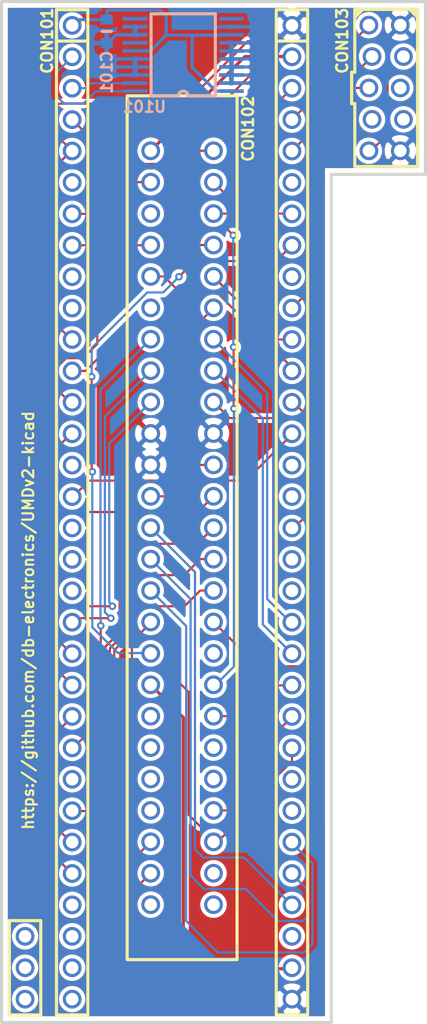
<source format=kicad_pcb>
(kicad_pcb (version 20171130) (host pcbnew 5.1.5-52549c5~84~ubuntu18.04.1)
  (layers (0 F.Cu signal) (31 B.Cu signal) (34 B.Paste user) (35 F.Paste user) (36 B.SilkS user) (37 F.SilkS user) (38 B.Mask user) (39 F.Mask user) (44 Edge.Cuts user))
  (net 0 "")
  (net 1 GND)
  (net 2 +3V3)
  (net 3 /~CART~)
  (net 4 "Net-(CON101-Pad66)")
  (net 5 "Net-(CON101-Pad65)")
  (net 6 /5V_0)
  (net 7 /~RST~)
  (net 8 /TDO)
  (net 9 /TMS)
  (net 10 "Net-(CON101-Pad59)")
  (net 11 /A14)
  (net 12 /A12)
  (net 13 "Net-(CON101-Pad56)")
  (net 14 /~RD~)
  (net 15 /A11)
  (net 16 /A9)
  (net 17 /A7)
  (net 18 /D1)
  (net 19 "Net-(CON101-Pad50)")
  (net 20 "Net-(CON101-Pad49)")
  (net 21 /D3)
  (net 22 "Net-(CON101-Pad47)")
  (net 23 "Net-(CON101-Pad46)")
  (net 24 /D7)
  (net 25 /D5)
  (net 26 /~IORQ~)
  (net 27 /~BUSREQ~)
  (net 28 /A6)
  (net 29 "Net-(CON101-Pad40)")
  (net 30 "Net-(CON101-Pad39)")
  (net 31 /A4)
  (net 32 /A2)
  (net 33 /A0)
  (net 34 "Net-(CON101-Pad35)")
  (net 35 /5V_1)
  (net 36 "Net-(CON101-Pad32)")
  (net 37 "Net-(CON101-Pad31)")
  (net 38 "Net-(CON101-Pad30)")
  (net 39 "Net-(CON101-Pad29)")
  (net 40 /A1)
  (net 41 /A3)
  (net 42 /A5)
  (net 43 "Net-(CON101-Pad25)")
  (net 44 /~CE~)
  (net 45 /~BUSACK~)
  (net 46 /~MREQ~)
  (net 47 /D4)
  (net 48 /D6)
  (net 49 "Net-(CON101-Pad19)")
  (net 50 "Net-(CON101-Pad18)")
  (net 51 "Net-(CON101-Pad17)")
  (net 52 /D2)
  (net 53 "Net-(CON101-Pad15)")
  (net 54 /D0)
  (net 55 /A8)
  (net 56 /A10)
  (net 57 /~WR~)
  (net 58 "Net-(CON101-Pad10)")
  (net 59 "Net-(CON101-Pad9)")
  (net 60 /A13)
  (net 61 /A15)
  (net 62 "Net-(CON101-Pad6)")
  (net 63 /TCK)
  (net 64 /TDI)
  (net 65 /SDA)
  (net 66 /SCL)
  (net 67 "Net-(CON102-Pad50)")
  (net 68 "Net-(CON102-Pad48)")
  (net 69 "Net-(CON102-Pad49)")
  (net 70 "Net-(CON102-Pad5)")
  (net 71 "Net-(CON102-Pad11)")
  (net 72 "Net-(CON102-Pad39)")
  (net 73 "Net-(CON102-Pad41)")
  (net 74 "Net-(CON102-Pad43)")
  (net 75 "Net-(CON102-Pad34)")
  (net 76 "Net-(CON102-Pad40)")
  (net 77 "Net-(CON102-Pad42)")
  (net 78 "Net-(CON103-Pad8)")
  (net 79 "Net-(CON103-Pad7)")
  (net 80 "Net-(CON103-Pad6)")
  (net 81 "Net-(CON103-Pad4)")
  (net 82 "Net-(U101-Pad11)")
  (net 83 "Net-(U101-Pad10)")
  (net 84 "Net-(U101-Pad7)")
  (net 85 "Net-(CON102-Pad37)")
  (module db-smt:SSOP-20 (layer B.Cu) (at 141.0462 64.0842)
    (fp_text reference U101 (at 0.762 1.27 180) (layer B.SilkS) (effects (font (size 0.889 0.889) (thickness 0.2032)) (justify mirror)))
    (fp_text value MCP23008T-E_SS hide)
    (pad 18 smd rect (at 7.8 -1.3) (size 2 0.3) (layers B.Cu B.Paste B.Mask) (net 1 GND))
    (pad 17 smd rect (at 7.8 -1.95) (size 2 0.3) (layers B.Cu B.Paste B.Mask) (net 1 GND))
    (pad 20 smd rect (at 7.8 0) (size 2 0.3) (layers B.Cu B.Paste B.Mask) (net 2 +3V3))
    (pad 19 smd rect (at 7.8 -0.65) (size 2 0.3) (layers B.Cu B.Paste B.Mask) (net 1 GND))
    (pad 16 smd rect (at 7.8 -2.6) (size 2 0.3) (layers B.Cu B.Paste B.Mask) (net 1 GND))
    (pad 15 smd rect (at 7.8 -3.25) (size 2 0.3) (layers B.Cu B.Paste B.Mask) (net 1 GND))
    (pad 14 smd rect (at 7.8 -3.9) (size 2 0.3) (layers B.Cu B.Paste B.Mask) (net 1 GND))
    (pad 13 smd rect (at 7.8 -4.55) (size 2 0.3) (layers B.Cu B.Paste B.Mask) (net 2 +3V3))
    (pad 12 smd rect (at 7.8 -5.2) (size 2 0.3) (layers B.Cu B.Paste B.Mask) (net 1 GND))
    (pad 11 smd rect (at 7.8 -5.85) (size 2 0.3) (layers B.Cu B.Paste B.Mask) (net 82 "Net-(U101-Pad11)"))
    (pad 10 smd rect (at 0 -5.85) (size 2 0.3) (layers B.Cu B.Paste B.Mask) (net 83 "Net-(U101-Pad10)"))
    (pad 9 smd rect (at 0 -5.2) (size 2 0.3) (layers B.Cu B.Paste B.Mask) (net 1 GND))
    (pad 8 smd rect (at 0 -4.55) (size 2 0.3) (layers B.Cu B.Paste B.Mask) (net 1 GND))
    (pad 7 smd rect (at 0 -3.9) (size 2 0.3) (layers B.Cu B.Paste B.Mask) (net 84 "Net-(U101-Pad7)"))
    (pad 6 smd rect (at 0 -3.25) (size 2 0.3) (layers B.Cu B.Paste B.Mask) (net 2 +3V3))
    (pad 5 smd rect (at 0 -2.6) (size 2 0.3) (layers B.Cu B.Paste B.Mask) (net 1 GND))
    (pad 4 smd rect (at 0 -1.95) (size 2 0.3) (layers B.Cu B.Paste B.Mask) (net 1 GND))
    (pad 3 smd rect (at 0 -1.3) (size 2 0.3) (layers B.Cu B.Paste B.Mask) (net 1 GND))
    (pad 2 smd rect (at 0 -0.65) (size 2 0.3) (layers B.Cu B.Paste B.Mask) (net 65 /SDA))
    (pad 1 smd rect (at 0 0) (size 2 0.3) (layers B.Cu B.Paste B.Mask) (net 66 /SCL))
  )
  (module db-thparts:HDR2X5-JTAG (layer F.Cu) (at 160.0962 58.7502)
    (fp_text reference CON103 (at -2.286 1.27 90) (layer F.SilkS) (effects (font (size 0.889 0.889) (thickness 0.2032))))
    (fp_text value JTAG-2X5-HDR hide)
    (pad 10 thru_hole circle (at 2.413 10.16) (size 1.524 1.524) (drill 1.016) (layers *.Cu *.Mask) (net 1 GND))
    (pad 9 thru_hole circle (at -0.127 10.16) (size 1.524 1.524) (drill 1.016) (layers *.Cu *.Mask) (net 64 /TDI))
    (pad 8 thru_hole circle (at 2.667 7.62) (size 1.524 1.524) (drill 1.016) (layers *.Cu *.Mask) (net 78 "Net-(CON103-Pad8)"))
    (pad 7 thru_hole circle (at 0.127 7.62) (size 1.524 1.524) (drill 1.016) (layers *.Cu *.Mask) (net 79 "Net-(CON103-Pad7)"))
    (pad 6 thru_hole circle (at 2.413 5.08) (size 1.524 1.524) (drill 1.016) (layers *.Cu *.Mask) (net 80 "Net-(CON103-Pad6)"))
    (pad 5 thru_hole circle (at -0.127 5.08) (size 1.524 1.524) (drill 1.016) (layers *.Cu *.Mask) (net 9 /TMS))
    (pad 4 thru_hole circle (at 2.667 2.54) (size 1.524 1.524) (drill 1.016) (layers *.Cu *.Mask) (net 81 "Net-(CON103-Pad4)"))
    (pad 3 thru_hole circle (at 0.127 2.54) (size 1.524 1.524) (drill 1.016) (layers *.Cu *.Mask) (net 8 /TDO))
    (pad 2 thru_hole circle (at 2.413 0) (size 1.524 1.524) (drill 1.016) (layers *.Cu *.Mask) (net 1 GND))
    (pad 1 thru_hole circle (at -0.127 0) (size 1.524 1.524) (drill 1.016) (layers *.Cu *.Mask) (net 63 /TCK))
  )
  (module db-thparts:SMS-CONN (layer F.Cu) (at 142.3162 68.9102)
    (fp_text reference CON102 (at 7.874 -1.778 90) (layer F.SilkS) (effects (font (size 0.889 0.889) (thickness 0.2032))))
    (fp_text value SMS-CONN hide)
    (pad 50 thru_hole circle (at 5.08 60.96 180) (size 1.524 1.524) (drill 1.016) (layers *.Cu *.Mask) (net 67 "Net-(CON102-Pad50)"))
    (pad 48 thru_hole circle (at 5.08 58.42 180) (size 1.524 1.524) (drill 1.016) (layers *.Cu *.Mask) (net 68 "Net-(CON102-Pad48)"))
    (pad 46 thru_hole circle (at 5.08 55.88 180) (size 1.524 1.524) (drill 1.016) (layers *.Cu *.Mask) (net 7 /~RST~))
    (pad 49 thru_hole circle (at 0 60.96 180) (size 1.524 1.524) (drill 1.016) (layers *.Cu *.Mask) (net 69 "Net-(CON102-Pad49)"))
    (pad 47 thru_hole circle (at 0 58.42 180) (size 1.524 1.524) (drill 1.016) (layers *.Cu *.Mask) (net 63 /TCK))
    (pad 45 thru_hole circle (at 0 55.88 180) (size 1.524 1.524) (drill 1.016) (layers *.Cu *.Mask) (net 45 /~BUSACK~))
    (pad 1 thru_hole circle (at 0 0 180) (size 1.524 1.524) (drill 1.016) (layers *.Cu *.Mask) (net 6 /5V_0))
    (pad 3 thru_hole circle (at 0 2.54 180) (size 1.524 1.524) (drill 1.016) (layers *.Cu *.Mask) (net 46 /~MREQ~))
    (pad 5 thru_hole circle (at 0 5.08 180) (size 1.524 1.524) (drill 1.016) (layers *.Cu *.Mask) (net 70 "Net-(CON102-Pad5)"))
    (pad 7 thru_hole circle (at 0 7.62 180) (size 1.524 1.524) (drill 1.016) (layers *.Cu *.Mask) (net 60 /A13))
    (pad 9 thru_hole circle (at 0 10.16 180) (size 1.524 1.524) (drill 1.016) (layers *.Cu *.Mask) (net 16 /A9))
    (pad 11 thru_hole circle (at 0 12.7 180) (size 1.524 1.524) (drill 1.016) (layers *.Cu *.Mask) (net 71 "Net-(CON102-Pad11)"))
    (pad 13 thru_hole circle (at 0 15.24 180) (size 1.524 1.524) (drill 1.016) (layers *.Cu *.Mask) (net 44 /~CE~))
    (pad 15 thru_hole circle (at 0 17.78 180) (size 1.524 1.524) (drill 1.016) (layers *.Cu *.Mask) (net 48 /D6))
    (pad 17 thru_hole circle (at 0 20.32 180) (size 1.524 1.524) (drill 1.016) (layers *.Cu *.Mask) (net 47 /D4))
    (pad 19 thru_hole circle (at 0 22.86 180) (size 1.524 1.524) (drill 1.016) (layers *.Cu *.Mask) (net 1 GND))
    (pad 21 thru_hole circle (at 0 25.4 180) (size 1.524 1.524) (drill 1.016) (layers *.Cu *.Mask) (net 1 GND))
    (pad 23 thru_hole circle (at 0 27.94 180) (size 1.524 1.524) (drill 1.016) (layers *.Cu *.Mask) (net 18 /D1))
    (pad 25 thru_hole circle (at 0 30.48 180) (size 1.524 1.524) (drill 1.016) (layers *.Cu *.Mask) (net 33 /A0))
    (pad 27 thru_hole circle (at 0 33.02 180) (size 1.524 1.524) (drill 1.016) (layers *.Cu *.Mask) (net 32 /A2))
    (pad 29 thru_hole circle (at 0 35.56 180) (size 1.524 1.524) (drill 1.016) (layers *.Cu *.Mask) (net 31 /A4))
    (pad 31 thru_hole circle (at 0 38.1 180) (size 1.524 1.524) (drill 1.016) (layers *.Cu *.Mask) (net 28 /A6))
    (pad 33 thru_hole circle (at 0 40.64 180) (size 1.524 1.524) (drill 1.016) (layers *.Cu *.Mask) (net 12 /A12))
    (pad 35 thru_hole circle (at 0 43.18 180) (size 1.524 1.524) (drill 1.016) (layers *.Cu *.Mask) (net 35 /5V_1))
    (pad 37 thru_hole circle (at 0 45.72 180) (size 1.524 1.524) (drill 1.016) (layers *.Cu *.Mask) (net 85 "Net-(CON102-Pad37)"))
    (pad 39 thru_hole circle (at 0 48.26 180) (size 1.524 1.524) (drill 1.016) (layers *.Cu *.Mask) (net 72 "Net-(CON102-Pad39)"))
    (pad 41 thru_hole circle (at 0 50.8 180) (size 1.524 1.524) (drill 1.016) (layers *.Cu *.Mask) (net 73 "Net-(CON102-Pad41)"))
    (pad 43 thru_hole circle (at 0 53.34 180) (size 1.524 1.524) (drill 1.016) (layers *.Cu *.Mask) (net 74 "Net-(CON102-Pad43)"))
    (pad 2 thru_hole circle (at 5.08 0 180) (size 1.524 1.524) (drill 1.016) (layers *.Cu *.Mask) (net 57 /~WR~))
    (pad 4 thru_hole circle (at 5.08 2.54 180) (size 1.524 1.524) (drill 1.016) (layers *.Cu *.Mask) (net 14 /~RD~))
    (pad 6 thru_hole circle (at 5.08 5.08 180) (size 1.524 1.524) (drill 1.016) (layers *.Cu *.Mask) (net 11 /A14))
    (pad 8 thru_hole circle (at 5.08 7.62 180) (size 1.524 1.524) (drill 1.016) (layers *.Cu *.Mask) (net 55 /A8))
    (pad 10 thru_hole circle (at 5.08 10.16 180) (size 1.524 1.524) (drill 1.016) (layers *.Cu *.Mask) (net 15 /A11))
    (pad 12 thru_hole circle (at 5.08 12.7 180) (size 1.524 1.524) (drill 1.016) (layers *.Cu *.Mask) (net 56 /A10))
    (pad 14 thru_hole circle (at 5.08 15.24 180) (size 1.524 1.524) (drill 1.016) (layers *.Cu *.Mask) (net 24 /D7))
    (pad 16 thru_hole circle (at 5.08 17.78 180) (size 1.524 1.524) (drill 1.016) (layers *.Cu *.Mask) (net 25 /D5))
    (pad 18 thru_hole circle (at 5.08 20.32 180) (size 1.524 1.524) (drill 1.016) (layers *.Cu *.Mask) (net 21 /D3))
    (pad 20 thru_hole circle (at 5.08 22.86 180) (size 1.524 1.524) (drill 1.016) (layers *.Cu *.Mask) (net 1 GND))
    (pad 22 thru_hole circle (at 5.08 25.4 180) (size 1.524 1.524) (drill 1.016) (layers *.Cu *.Mask) (net 52 /D2))
    (pad 24 thru_hole circle (at 5.08 27.94 180) (size 1.524 1.524) (drill 1.016) (layers *.Cu *.Mask) (net 54 /D0))
    (pad 26 thru_hole circle (at 5.08 30.48 180) (size 1.524 1.524) (drill 1.016) (layers *.Cu *.Mask) (net 40 /A1))
    (pad 28 thru_hole circle (at 5.08 33.02 180) (size 1.524 1.524) (drill 1.016) (layers *.Cu *.Mask) (net 41 /A3))
    (pad 30 thru_hole circle (at 5.08 35.56 180) (size 1.524 1.524) (drill 1.016) (layers *.Cu *.Mask) (net 42 /A5))
    (pad 32 thru_hole circle (at 5.08 38.1 180) (size 1.524 1.524) (drill 1.016) (layers *.Cu *.Mask) (net 17 /A7))
    (pad 34 thru_hole circle (at 5.08 40.64 180) (size 1.524 1.524) (drill 1.016) (layers *.Cu *.Mask) (net 75 "Net-(CON102-Pad34)"))
    (pad 36 thru_hole circle (at 5.08 43.18 180) (size 1.524 1.524) (drill 1.016) (layers *.Cu *.Mask) (net 61 /A15))
    (pad 38 thru_hole circle (at 5.08 45.72 180) (size 1.524 1.524) (drill 1.016) (layers *.Cu *.Mask) (net 26 /~IORQ~))
    (pad 40 thru_hole circle (at 5.08 48.26 180) (size 1.524 1.524) (drill 1.016) (layers *.Cu *.Mask) (net 76 "Net-(CON102-Pad40)"))
    (pad 42 thru_hole circle (at 5.08 50.8 180) (size 1.524 1.524) (drill 1.016) (layers *.Cu *.Mask) (net 77 "Net-(CON102-Pad42)"))
    (pad 44 thru_hole circle (at 5.08 53.34 180) (size 1.524 1.524) (drill 1.016) (layers *.Cu *.Mask) (net 27 /~BUSREQ~))
  )
  (module db-thparts:UMD-CONN-DIP64 (layer F.Cu) (at 135.962401 58.7702)
    (fp_text reference CON101 (at -2.028201 1.25 90) (layer F.SilkS) (effects (font (size 0.889 0.889) (thickness 0.2032))))
    (fp_text value UMDv2-CONN hide)
    (pad 67 thru_hole circle (at -3.81 78.74 270) (size 1.524 1.524) (drill 1.016) (layers *.Cu *.Mask) (net 3 /~CART~))
    (pad 66 thru_hole circle (at -3.81 76.2 270) (size 1.524 1.524) (drill 1.016) (layers *.Cu *.Mask) (net 4 "Net-(CON101-Pad66)"))
    (pad 65 thru_hole circle (at -3.81 73.66 270) (size 1.524 1.524) (drill 1.016) (layers *.Cu *.Mask) (net 5 "Net-(CON101-Pad65)"))
    (pad 64 thru_hole circle (at 17.78 0) (size 1.524 1.524) (drill 1.016) (layers *.Cu *.Mask) (net 1 GND))
    (pad 63 thru_hole circle (at 17.78 2.54) (size 1.524 1.524) (drill 1.016) (layers *.Cu *.Mask) (net 6 /5V_0))
    (pad 62 thru_hole circle (at 17.78 5.08) (size 1.524 1.524) (drill 1.016) (layers *.Cu *.Mask) (net 7 /~RST~))
    (pad 61 thru_hole circle (at 17.78 7.62) (size 1.524 1.524) (drill 1.016) (layers *.Cu *.Mask) (net 8 /TDO))
    (pad 60 thru_hole circle (at 17.78 10.16) (size 1.524 1.524) (drill 1.016) (layers *.Cu *.Mask) (net 9 /TMS))
    (pad 59 thru_hole circle (at 17.78 12.7) (size 1.524 1.524) (drill 1.016) (layers *.Cu *.Mask) (net 10 "Net-(CON101-Pad59)"))
    (pad 58 thru_hole circle (at 17.78 15.24) (size 1.524 1.524) (drill 1.016) (layers *.Cu *.Mask) (net 11 /A14))
    (pad 57 thru_hole circle (at 17.78 17.78) (size 1.524 1.524) (drill 1.016) (layers *.Cu *.Mask) (net 12 /A12))
    (pad 56 thru_hole circle (at 17.78 20.32) (size 1.524 1.524) (drill 1.016) (layers *.Cu *.Mask) (net 13 "Net-(CON101-Pad56)"))
    (pad 55 thru_hole circle (at 17.78 22.86) (size 1.524 1.524) (drill 1.016) (layers *.Cu *.Mask) (net 14 /~RD~))
    (pad 54 thru_hole circle (at 17.78 25.4) (size 1.524 1.524) (drill 1.016) (layers *.Cu *.Mask) (net 15 /A11))
    (pad 53 thru_hole circle (at 17.78 27.94) (size 1.524 1.524) (drill 1.016) (layers *.Cu *.Mask) (net 16 /A9))
    (pad 52 thru_hole circle (at 17.78 30.48) (size 1.524 1.524) (drill 1.016) (layers *.Cu *.Mask) (net 17 /A7))
    (pad 51 thru_hole circle (at 17.78 33.02) (size 1.524 1.524) (drill 1.016) (layers *.Cu *.Mask) (net 18 /D1))
    (pad 50 thru_hole circle (at 17.78 35.56) (size 1.524 1.524) (drill 1.016) (layers *.Cu *.Mask) (net 19 "Net-(CON101-Pad50)"))
    (pad 49 thru_hole circle (at 17.78 38.1) (size 1.524 1.524) (drill 1.016) (layers *.Cu *.Mask) (net 20 "Net-(CON101-Pad49)"))
    (pad 48 thru_hole circle (at 17.78 40.64) (size 1.524 1.524) (drill 1.016) (layers *.Cu *.Mask) (net 21 /D3))
    (pad 47 thru_hole circle (at 17.78 43.18) (size 1.524 1.524) (drill 1.016) (layers *.Cu *.Mask) (net 22 "Net-(CON101-Pad47)"))
    (pad 46 thru_hole circle (at 17.78 45.72) (size 1.524 1.524) (drill 1.016) (layers *.Cu *.Mask) (net 23 "Net-(CON101-Pad46)"))
    (pad 45 thru_hole circle (at 17.78 48.26) (size 1.524 1.524) (drill 1.016) (layers *.Cu *.Mask) (net 24 /D7))
    (pad 44 thru_hole circle (at 17.78 50.8) (size 1.524 1.524) (drill 1.016) (layers *.Cu *.Mask) (net 25 /D5))
    (pad 43 thru_hole circle (at 17.78 53.34) (size 1.524 1.524) (drill 1.016) (layers *.Cu *.Mask) (net 26 /~IORQ~))
    (pad 42 thru_hole circle (at 17.78 55.88) (size 1.524 1.524) (drill 1.016) (layers *.Cu *.Mask) (net 27 /~BUSREQ~))
    (pad 41 thru_hole circle (at 17.78 58.42) (size 1.524 1.524) (drill 1.016) (layers *.Cu *.Mask) (net 28 /A6))
    (pad 40 thru_hole circle (at 17.78 60.96) (size 1.524 1.524) (drill 1.016) (layers *.Cu *.Mask) (net 29 "Net-(CON101-Pad40)"))
    (pad 39 thru_hole circle (at 17.78 63.5) (size 1.524 1.524) (drill 1.016) (layers *.Cu *.Mask) (net 30 "Net-(CON101-Pad39)"))
    (pad 38 thru_hole circle (at 17.78 66.04) (size 1.524 1.524) (drill 1.016) (layers *.Cu *.Mask) (net 31 /A4))
    (pad 37 thru_hole circle (at 17.78 68.58) (size 1.524 1.524) (drill 1.016) (layers *.Cu *.Mask) (net 32 /A2))
    (pad 36 thru_hole circle (at 17.78 71.12) (size 1.524 1.524) (drill 1.016) (layers *.Cu *.Mask) (net 33 /A0))
    (pad 35 thru_hole circle (at 17.78 73.66) (size 1.524 1.524) (drill 1.016) (layers *.Cu *.Mask) (net 34 "Net-(CON101-Pad35)"))
    (pad 34 thru_hole circle (at 17.78 76.2) (size 1.524 1.524) (drill 1.016) (layers *.Cu *.Mask) (net 35 /5V_1))
    (pad 33 thru_hole circle (at 17.78 78.74) (size 1.524 1.524) (drill 1.016) (layers *.Cu *.Mask) (net 1 GND))
    (pad 32 thru_hole circle (at 0 78.74) (size 1.524 1.524) (drill 1.016) (layers *.Cu *.Mask) (net 36 "Net-(CON101-Pad32)"))
    (pad 31 thru_hole circle (at 0 76.2) (size 1.524 1.524) (drill 1.016) (layers *.Cu *.Mask) (net 37 "Net-(CON101-Pad31)"))
    (pad 30 thru_hole circle (at 0 73.66) (size 1.524 1.524) (drill 1.016) (layers *.Cu *.Mask) (net 38 "Net-(CON101-Pad30)"))
    (pad 29 thru_hole circle (at 0 71.12) (size 1.524 1.524) (drill 1.016) (layers *.Cu *.Mask) (net 39 "Net-(CON101-Pad29)"))
    (pad 28 thru_hole circle (at 0 68.58) (size 1.524 1.524) (drill 1.016) (layers *.Cu *.Mask) (net 40 /A1))
    (pad 27 thru_hole circle (at 0 66.04) (size 1.524 1.524) (drill 1.016) (layers *.Cu *.Mask) (net 41 /A3))
    (pad 26 thru_hole circle (at 0 63.5) (size 1.524 1.524) (drill 1.016) (layers *.Cu *.Mask) (net 42 /A5))
    (pad 25 thru_hole circle (at 0 60.96) (size 1.524 1.524) (drill 1.016) (layers *.Cu *.Mask) (net 43 "Net-(CON101-Pad25)"))
    (pad 24 thru_hole circle (at 0 58.42) (size 1.524 1.524) (drill 1.016) (layers *.Cu *.Mask) (net 44 /~CE~))
    (pad 23 thru_hole circle (at 0 55.88) (size 1.524 1.524) (drill 1.016) (layers *.Cu *.Mask) (net 45 /~BUSACK~))
    (pad 22 thru_hole circle (at 0 53.34) (size 1.524 1.524) (drill 1.016) (layers *.Cu *.Mask) (net 46 /~MREQ~))
    (pad 21 thru_hole circle (at 0 50.8) (size 1.524 1.524) (drill 1.016) (layers *.Cu *.Mask) (net 47 /D4))
    (pad 20 thru_hole circle (at 0 48.26) (size 1.524 1.524) (drill 1.016) (layers *.Cu *.Mask) (net 48 /D6))
    (pad 19 thru_hole circle (at 0 45.72) (size 1.524 1.524) (drill 1.016) (layers *.Cu *.Mask) (net 49 "Net-(CON101-Pad19)"))
    (pad 18 thru_hole circle (at 0 43.18) (size 1.524 1.524) (drill 1.016) (layers *.Cu *.Mask) (net 50 "Net-(CON101-Pad18)"))
    (pad 17 thru_hole circle (at 0 40.64) (size 1.524 1.524) (drill 1.016) (layers *.Cu *.Mask) (net 51 "Net-(CON101-Pad17)"))
    (pad 16 thru_hole circle (at 0 38.1) (size 1.524 1.524) (drill 1.016) (layers *.Cu *.Mask) (net 52 /D2))
    (pad 15 thru_hole circle (at 0 35.56) (size 1.524 1.524) (drill 1.016) (layers *.Cu *.Mask) (net 53 "Net-(CON101-Pad15)"))
    (pad 14 thru_hole circle (at 0 33.02) (size 1.524 1.524) (drill 1.016) (layers *.Cu *.Mask) (net 54 /D0))
    (pad 13 thru_hole circle (at 0 30.48) (size 1.524 1.524) (drill 1.016) (layers *.Cu *.Mask) (net 55 /A8))
    (pad 12 thru_hole circle (at 0 27.94) (size 1.524 1.524) (drill 1.016) (layers *.Cu *.Mask) (net 56 /A10))
    (pad 11 thru_hole circle (at 0 25.4) (size 1.524 1.524) (drill 1.016) (layers *.Cu *.Mask) (net 57 /~WR~))
    (pad 10 thru_hole circle (at 0 22.86) (size 1.524 1.524) (drill 1.016) (layers *.Cu *.Mask) (net 58 "Net-(CON101-Pad10)"))
    (pad 9 thru_hole circle (at 0 20.32) (size 1.524 1.524) (drill 1.016) (layers *.Cu *.Mask) (net 59 "Net-(CON101-Pad9)"))
    (pad 8 thru_hole circle (at 0 17.78) (size 1.524 1.524) (drill 1.016) (layers *.Cu *.Mask) (net 60 /A13))
    (pad 7 thru_hole circle (at 0 15.24) (size 1.524 1.524) (drill 1.016) (layers *.Cu *.Mask) (net 61 /A15))
    (pad 6 thru_hole circle (at 0 12.7) (size 1.524 1.524) (drill 1.016) (layers *.Cu *.Mask) (net 62 "Net-(CON101-Pad6)"))
    (pad 5 thru_hole circle (at 0 10.16) (size 1.524 1.524) (drill 1.016) (layers *.Cu *.Mask) (net 63 /TCK))
    (pad 4 thru_hole circle (at 0 7.62) (size 1.524 1.524) (drill 1.016) (layers *.Cu *.Mask) (net 64 /TDI))
    (pad 3 thru_hole circle (at 0 5.08) (size 1.524 1.524) (drill 1.016) (layers *.Cu *.Mask) (net 65 /SDA))
    (pad 2 thru_hole circle (at 0 2.54) (size 1.524 1.524) (drill 1.016) (layers *.Cu *.Mask) (net 66 /SCL))
    (pad 1 thru_hole circle (at 0 0) (size 1.524 1.524) (drill 1.016) (layers *.Cu *.Mask) (net 2 +3V3))
  )
  (module db-smt:0603 (layer B.Cu) (at 138.7602 59.2582 270)
    (fp_text reference C101 (at 3.302 0 90) (layer B.SilkS) (effects (font (size 0.889 0.889) (thickness 0.2032)) (justify mirror)))
    (fp_text value 0.1uF/50V hide)
    (pad 1 smd rect (at -0.95 0 270) (size 0.8 1) (layers B.Cu B.Paste B.Mask) (net 2 +3V3))
    (pad 2 smd rect (at 0.95 0 270) (size 0.8 1) (layers B.Cu B.Paste B.Mask) (net 1 GND))
  )
  (gr_text https://github.com/db-electronics/UMDv2-kicad (at 132.4102 106.8832 90) (layer F.SilkS) (effects (font (size 0.889 0.889) (thickness 0.1778))))
  (gr_line (start 164.5412 70.8152) (end 156.9212 70.8152) (layer Edge.Cuts) (width 0.254))
  (gr_line (start 130.2512 56.8452) (end 134.0612 56.8452) (layer Edge.Cuts) (width 0.254))
  (gr_line (start 130.2512 139.3952) (end 130.2512 56.8452) (layer Edge.Cuts) (width 0.254))
  (gr_line (start 164.5412 56.8452) (end 134.0612 56.8452) (layer Edge.Cuts) (width 0.254))
  (gr_line (start 164.5412 70.8152) (end 164.5412 56.8452) (layer Edge.Cuts) (width 0.254))
  (gr_line (start 156.9212 139.3952) (end 156.9212 70.8152) (layer Edge.Cuts) (width 0.254))
  (gr_line (start 130.2512 139.3952) (end 156.9212 139.3952) (layer Edge.Cuts) (width 0.254))
  (segment (start 139.7922 59.5342) (end 139.7888 59.5376) (width 0.254) (layer B.Cu) (net 1))
  (segment (start 141.0462 59.5342) (end 139.7922 59.5342) (width 0.254) (layer B.Cu) (net 1))
  (segment (start 139.7888 59.5376) (end 139.5222 59.5376) (width 0.254) (layer B.Cu) (net 1))
  (segment (start 139.5222 59.5376) (end 138.8618 60.198) (width 0.254) (layer B.Cu) (net 1))
  (segment (start 138.8618 60.198) (end 138.8364 60.2234) (width 0.254) (layer B.Cu) (net 1))
  (segment (start 141.0462 61.4842) (end 139.379 61.4842) (width 0.254) (layer B.Cu) (net 1))
  (segment (start 142.3002 61.4842) (end 142.3094 61.4934) (width 0.254) (layer B.Cu) (net 1))
  (segment (start 141.0462 61.4842) (end 142.3002 61.4842) (width 0.254) (layer B.Cu) (net 1))
  (segment (start 142.3094 61.4934) (end 142.7988 61.4934) (width 0.254) (layer B.Cu) (net 1))
  (segment (start 139.7922 62.1342) (end 139.7864 62.1284) (width 0.254) (layer B.Cu) (net 1))
  (segment (start 141.0462 62.1342) (end 139.7922 62.1342) (width 0.254) (layer B.Cu) (net 1))
  (segment (start 139.7864 62.1284) (end 139.2682 62.1284) (width 0.254) (layer B.Cu) (net 1))
  (segment (start 139.7922 62.7842) (end 139.7876 62.7888) (width 0.254) (layer B.Cu) (net 1))
  (segment (start 141.0462 62.7842) (end 139.7922 62.7842) (width 0.254) (layer B.Cu) (net 1))
  (segment (start 139.7876 62.7888) (end 139.4968 62.7888) (width 0.254) (layer B.Cu) (net 1))
  (segment (start 142.3002 62.1342) (end 142.306 62.1284) (width 0.254) (layer B.Cu) (net 1))
  (segment (start 141.0462 62.1342) (end 142.3002 62.1342) (width 0.254) (layer B.Cu) (net 1))
  (segment (start 142.306 62.1284) (end 142.5956 62.1284) (width 0.254) (layer B.Cu) (net 1))
  (segment (start 142.3002 62.7842) (end 142.3048 62.7888) (width 0.254) (layer B.Cu) (net 1))
  (segment (start 141.0462 62.7842) (end 142.3002 62.7842) (width 0.254) (layer B.Cu) (net 1))
  (segment (start 142.3048 62.7888) (end 142.5956 62.7888) (width 0.254) (layer B.Cu) (net 1))
  (segment (start 150.1002 60.1842) (end 150.114 60.198) (width 0.254) (layer B.Cu) (net 1))
  (segment (start 148.8462 60.1842) (end 150.1002 60.1842) (width 0.254) (layer B.Cu) (net 1))
  (segment (start 150.114 60.198) (end 150.3934 60.198) (width 0.254) (layer B.Cu) (net 1))
  (segment (start 150.1002 60.8342) (end 150.1014 60.833) (width 0.254) (layer B.Cu) (net 1))
  (segment (start 148.8462 60.8342) (end 150.1002 60.8342) (width 0.254) (layer B.Cu) (net 1))
  (segment (start 150.1014 60.833) (end 150.4188 60.833) (width 0.254) (layer B.Cu) (net 1))
  (segment (start 148.8462 61.4842) (end 150.3334 61.4842) (width 0.254) (layer B.Cu) (net 1))
  (segment (start 148.8462 62.1342) (end 150.3622 62.1342) (width 0.254) (layer B.Cu) (net 1))
  (segment (start 150.1002 62.7842) (end 150.1048 62.7888) (width 0.254) (layer B.Cu) (net 1))
  (segment (start 148.8462 62.7842) (end 150.1002 62.7842) (width 0.254) (layer B.Cu) (net 1))
  (segment (start 150.1048 62.7888) (end 150.3934 62.7888) (width 0.254) (layer B.Cu) (net 1))
  (segment (start 150.1002 63.4342) (end 150.1106 63.4238) (width 0.254) (layer B.Cu) (net 1))
  (segment (start 148.8462 63.4342) (end 150.1002 63.4342) (width 0.254) (layer B.Cu) (net 1))
  (segment (start 150.1106 63.4238) (end 150.4442 63.4238) (width 0.254) (layer B.Cu) (net 1))
  (segment (start 138.7602 58.3082) (end 136.4844 58.3082) (width 0.254) (layer B.Cu) (net 2))
  (segment (start 136.4844 58.3082) (end 135.9662 58.8264) (width 0.254) (layer B.Cu) (net 2))
  (segment (start 142.3002 60.8342) (end 143.5714 59.563) (width 0.254) (layer B.Cu) (net 2))
  (segment (start 141.0462 60.8342) (end 142.3002 60.8342) (width 0.254) (layer B.Cu) (net 2))
  (segment (start 138.7602 57.6542) (end 138.8834 57.531) (width 0.254) (layer B.Cu) (net 2))
  (segment (start 138.7602 58.3082) (end 138.7602 57.6542) (width 0.254) (layer B.Cu) (net 2))
  (segment (start 147.5922 64.0842) (end 145.669 62.161) (width 0.254) (layer B.Cu) (net 2))
  (segment (start 148.8462 64.0842) (end 147.5922 64.0842) (width 0.254) (layer B.Cu) (net 2))
  (segment (start 143.5714 59.563) (end 145.669 59.563) (width 0.254) (layer B.Cu) (net 2))
  (segment (start 145.669 62.161) (end 145.669 59.563) (width 0.254) (layer B.Cu) (net 2))
  (segment (start 145.669 59.563) (end 148.844 59.563) (width 0.254) (layer B.Cu) (net 2))
  (segment (start 138.8834 57.531) (end 143.0782 57.531) (width 0.254) (layer B.Cu) (net 2))
  (segment (start 143.5714 58.0242) (end 143.5714 59.563) (width 0.254) (layer B.Cu) (net 2))
  (segment (start 143.0782 57.531) (end 143.5714 58.0242) (width 0.254) (layer B.Cu) (net 2))
  (segment (start 142.3162 68.9102) (end 149.9362 61.2902) (width 0.254) (layer F.Cu) (net 6))
  (segment (start 149.9362 61.2902) (end 153.6192 61.2902) (width 0.254) (layer F.Cu) (net 6))
  (segment (start 152.273 69.469) (end 153.035 70.231) (width 0.1778) (layer F.Cu) (net 7))
  (segment (start 155.2194 123.5456) (end 148.967539 123.5456) (width 0.1778) (layer F.Cu) (net 7))
  (segment (start 153.742401 63.8502) (end 152.273 65.319601) (width 0.1778) (layer F.Cu) (net 7))
  (segment (start 152.273 65.319601) (end 152.273 69.469) (width 0.1778) (layer F.Cu) (net 7))
  (segment (start 156.1338 122.6312) (end 155.2194 123.5456) (width 0.1778) (layer F.Cu) (net 7))
  (segment (start 156.1338 71.9582) (end 156.1338 122.6312) (width 0.1778) (layer F.Cu) (net 7))
  (segment (start 154.4066 70.231) (end 156.1338 71.9582) (width 0.1778) (layer F.Cu) (net 7))
  (segment (start 147.748339 124.7648) (end 147.3962 124.7648) (width 0.1778) (layer F.Cu) (net 7))
  (segment (start 148.967539 123.5456) (end 147.748339 124.7648) (width 0.1778) (layer F.Cu) (net 7))
  (segment (start 153.035 70.231) (end 154.4066 70.231) (width 0.1778) (layer F.Cu) (net 7))
  (segment (start 155.885199 65.628201) (end 159.461201 62.052199) (width 0.1778) (layer F.Cu) (net 8))
  (segment (start 153.742401 66.3902) (end 154.5044 65.628201) (width 0.1778) (layer F.Cu) (net 8))
  (segment (start 154.5044 65.628201) (end 155.885199 65.628201) (width 0.1778) (layer F.Cu) (net 8))
  (segment (start 159.461201 62.052199) (end 160.2232 61.2902) (width 0.1778) (layer F.Cu) (net 8))
  (segment (start 153.742401 68.9302) (end 158.842401 63.8302) (width 0.1778) (layer F.Cu) (net 9))
  (segment (start 158.842401 63.8302) (end 159.9692 63.8302) (width 0.1778) (layer F.Cu) (net 9))
  (segment (start 147.3962 73.9902) (end 153.7716 73.9902) (width 0.1778) (layer F.Cu) (net 11))
  (segment (start 153.7716 73.9902) (end 153.797 74.0156) (width 0.1778) (layer F.Cu) (net 11))
  (segment (start 153.742401 76.5502) (end 152.467001 77.8256) (width 0.1778) (layer F.Cu) (net 12))
  (segment (start 152.467001 77.8256) (end 146.4056 77.8256) (width 0.1778) (layer F.Cu) (net 12))
  (via (at 144.6022 79.0956) (size 0.6096) (drill 0.3048) (layers F.Cu B.Cu) (net 12))
  (segment (start 146.4056 77.8256) (end 145.8722 77.8256) (width 0.1778) (layer F.Cu) (net 12))
  (segment (start 145.8722 77.8256) (end 144.6022 79.0956) (width 0.1778) (layer F.Cu) (net 12))
  (segment (start 144.6022 79.0956) (end 143.3322 80.3656) (width 0.1778) (layer B.Cu) (net 12))
  (segment (start 142.038322 80.3656) (end 137.541 84.862922) (width 0.1778) (layer B.Cu) (net 12))
  (segment (start 143.3322 80.3656) (end 142.038322 80.3656) (width 0.1778) (layer B.Cu) (net 12))
  (segment (start 137.541 84.862922) (end 137.541 87.1728) (width 0.1778) (layer B.Cu) (net 12))
  (via (at 137.541 87.1728) (size 0.6096) (drill 0.3048) (layers F.Cu B.Cu) (net 12))
  (via (at 137.5918 94.869) (size 0.6096) (drill 0.3048) (layers F.Cu B.Cu) (net 12))
  (segment (start 137.541 87.1728) (end 137.541 94.8182) (width 0.1778) (layer F.Cu) (net 12))
  (segment (start 137.541 94.8182) (end 137.5918 94.869) (width 0.1778) (layer F.Cu) (net 12))
  (segment (start 137.5918 94.869) (end 137.5918 95.300052) (width 0.1778) (layer B.Cu) (net 12))
  (segment (start 137.5918 95.300052) (end 137.5918 104.8512) (width 0.1778) (layer B.Cu) (net 12))
  (segment (start 137.5918 104.8512) (end 137.5918 107.442) (width 0.1778) (layer B.Cu) (net 12))
  (segment (start 137.5918 107.442) (end 139.6746 109.5248) (width 0.1778) (layer B.Cu) (net 12))
  (segment (start 139.6746 109.5248) (end 142.3162 109.5248) (width 0.1778) (layer B.Cu) (net 12))
  (segment (start 153.742401 81.6302) (end 153.742401 81.664799) (width 0.1778) (layer F.Cu) (net 14))
  (segment (start 155.778189 79.594412) (end 155.778189 73.685389) (width 0.1778) (layer F.Cu) (net 14))
  (segment (start 155.778189 73.685389) (end 154.8384 72.7456) (width 0.1778) (layer F.Cu) (net 14))
  (segment (start 153.742401 81.6302) (end 155.778189 79.594412) (width 0.1778) (layer F.Cu) (net 14))
  (segment (start 154.8384 72.7456) (end 148.6916 72.7456) (width 0.1778) (layer F.Cu) (net 14))
  (segment (start 148.6916 72.7456) (end 147.447 71.501) (width 0.1778) (layer F.Cu) (net 14))
  (segment (start 153.742401 84.1702) (end 152.4708 84.1702) (width 0.1778) (layer F.Cu) (net 15))
  (segment (start 152.4708 84.1702) (end 147.447 79.1464) (width 0.1778) (layer F.Cu) (net 15))
  (segment (start 143.39383 79.0702) (end 144.66383 80.3402) (width 0.1778) (layer F.Cu) (net 16))
  (segment (start 142.3162 79.0702) (end 143.39383 79.0702) (width 0.1778) (layer F.Cu) (net 16))
  (segment (start 147.648678 80.3402) (end 153.7716 86.463122) (width 0.1778) (layer F.Cu) (net 16))
  (segment (start 144.66383 80.3402) (end 147.648678 80.3402) (width 0.1778) (layer F.Cu) (net 16))
  (segment (start 147.3962 107.0102) (end 148.158199 107.772199) (width 0.1778) (layer F.Cu) (net 17))
  (segment (start 148.158199 107.772199) (end 150.984901 110.598901) (width 0.1778) (layer F.Cu) (net 17))
  (segment (start 150.984901 110.598901) (end 154.526299 110.598901) (width 0.1778) (layer F.Cu) (net 17))
  (segment (start 154.526299 110.598901) (end 155.7782 109.347) (width 0.1778) (layer F.Cu) (net 17))
  (segment (start 155.7782 109.347) (end 155.7782 94.107) (width 0.1778) (layer F.Cu) (net 17))
  (segment (start 155.7782 94.107) (end 155.7782 91.1606) (width 0.1778) (layer F.Cu) (net 17))
  (segment (start 155.7782 91.1606) (end 153.8478 89.2302) (width 0.1778) (layer F.Cu) (net 17))
  (segment (start 143.39383 96.8502) (end 144.66383 95.5802) (width 0.1778) (layer F.Cu) (net 18))
  (segment (start 142.3162 96.8502) (end 143.39383 96.8502) (width 0.1778) (layer F.Cu) (net 18))
  (segment (start 144.66383 95.5802) (end 150.0124 95.5802) (width 0.1778) (layer F.Cu) (net 18))
  (segment (start 150.0124 95.5802) (end 153.797 91.7956) (width 0.1778) (layer F.Cu) (net 18))
  (segment (start 154.771102 98.543098) (end 153.924 99.3902) (width 0.1778) (layer F.Cu) (net 21))
  (segment (start 147.3962 89.2302) (end 148.6916 90.5256) (width 0.1778) (layer F.Cu) (net 21))
  (segment (start 148.6916 90.5256) (end 154.6098 90.5256) (width 0.1778) (layer F.Cu) (net 21))
  (segment (start 154.6098 90.5256) (end 155.194 91.1098) (width 0.1778) (layer F.Cu) (net 21))
  (segment (start 155.194 98.1202) (end 154.771102 98.543098) (width 0.1778) (layer F.Cu) (net 21))
  (segment (start 155.194 91.1098) (end 155.194 98.1202) (width 0.1778) (layer F.Cu) (net 21))
  (segment (start 147.3962 84.1502) (end 151.7396 88.4936) (width 0.1778) (layer B.Cu) (net 24))
  (segment (start 151.7396 88.4936) (end 151.7396 105.156) (width 0.1778) (layer B.Cu) (net 24))
  (segment (start 151.7396 105.156) (end 153.7462 107.1626) (width 0.1778) (layer B.Cu) (net 24))
  (segment (start 153.742401 109.5702) (end 151.384 107.211799) (width 0.1778) (layer B.Cu) (net 25))
  (segment (start 151.384 107.211799) (end 151.384 90.5764) (width 0.1778) (layer B.Cu) (net 25))
  (segment (start 151.384 90.5764) (end 147.447 86.6394) (width 0.1778) (layer B.Cu) (net 25))
  (segment (start 148.47383 114.6302) (end 150.96303 112.141) (width 0.1778) (layer F.Cu) (net 26))
  (segment (start 147.3962 114.6302) (end 148.47383 114.6302) (width 0.1778) (layer F.Cu) (net 26))
  (segment (start 150.96303 112.141) (end 153.7208 112.141) (width 0.1778) (layer F.Cu) (net 26))
  (segment (start 148.47383 122.2502) (end 150.6982 120.02583) (width 0.1778) (layer F.Cu) (net 27))
  (segment (start 147.3962 122.2502) (end 148.47383 122.2502) (width 0.1778) (layer F.Cu) (net 27))
  (segment (start 150.6982 120.02583) (end 150.6982 117.729) (width 0.1778) (layer F.Cu) (net 27))
  (segment (start 150.6982 117.729) (end 153.7716 114.6556) (width 0.1778) (layer F.Cu) (net 27))
  (segment (start 153.742401 117.1902) (end 153.742401 118.26783) (width 0.1778) (layer F.Cu) (net 28))
  (segment (start 153.742401 118.26783) (end 148.490031 123.5202) (width 0.1778) (layer F.Cu) (net 28))
  (segment (start 148.490031 123.5202) (end 146.304 123.5202) (width 0.1778) (layer F.Cu) (net 28))
  (segment (start 146.304 123.5202) (end 145.3896 122.6058) (width 0.1778) (layer F.Cu) (net 28))
  (segment (start 145.3896 122.6058) (end 145.3896 112.6744) (width 0.1778) (layer F.Cu) (net 28))
  (segment (start 145.3896 112.6744) (end 143.51 110.7948) (width 0.1778) (layer F.Cu) (net 28))
  (segment (start 143.51 110.7948) (end 141.5034 110.7948) (width 0.1778) (layer F.Cu) (net 28))
  (segment (start 141.5034 110.7948) (end 140.7922 110.0836) (width 0.1778) (layer F.Cu) (net 28))
  (segment (start 140.7922 110.0836) (end 140.7922 108.6104) (width 0.1778) (layer F.Cu) (net 28))
  (segment (start 140.7922 108.6104) (end 142.367 107.0356) (width 0.1778) (layer F.Cu) (net 28))
  (segment (start 142.3162 104.4702) (end 145.1864 107.3404) (width 0.1778) (layer B.Cu) (net 31))
  (segment (start 145.1864 107.3404) (end 145.1864 131.191) (width 0.1778) (layer B.Cu) (net 31))
  (segment (start 145.1864 131.191) (end 147.7264 133.731) (width 0.1778) (layer B.Cu) (net 31))
  (segment (start 147.7264 133.731) (end 154.7114 133.731) (width 0.1778) (layer B.Cu) (net 31))
  (segment (start 154.7114 133.731) (end 155.3972 133.0452) (width 0.1778) (layer B.Cu) (net 31))
  (segment (start 155.3972 133.0452) (end 155.3972 126.5428) (width 0.1778) (layer B.Cu) (net 31))
  (segment (start 155.3972 126.5428) (end 153.6954 124.841) (width 0.1778) (layer B.Cu) (net 31))
  (segment (start 142.3162 101.9302) (end 145.542 105.156) (width 0.1778) (layer B.Cu) (net 32))
  (segment (start 145.542 105.156) (end 145.542 127.508) (width 0.1778) (layer B.Cu) (net 32))
  (segment (start 145.542 127.508) (end 146.6342 128.6002) (width 0.1778) (layer B.Cu) (net 32))
  (segment (start 146.6342 128.6002) (end 150.0124 128.6002) (width 0.1778) (layer B.Cu) (net 32))
  (segment (start 150.0124 128.6002) (end 152.6032 131.191) (width 0.1778) (layer B.Cu) (net 32))
  (segment (start 152.6032 131.191) (end 154.6352 131.191) (width 0.1778) (layer B.Cu) (net 32))
  (segment (start 154.6352 131.191) (end 155.0162 130.81) (width 0.1778) (layer B.Cu) (net 32))
  (segment (start 155.0162 130.81) (end 155.0162 128.6764) (width 0.1778) (layer B.Cu) (net 32))
  (segment (start 155.0162 128.6764) (end 153.7462 127.4064) (width 0.1778) (layer B.Cu) (net 32))
  (segment (start 142.3162 99.3902) (end 145.8976 102.9716) (width 0.1778) (layer B.Cu) (net 33))
  (segment (start 145.8976 102.9716) (end 145.8976 125.3998) (width 0.1778) (layer B.Cu) (net 33))
  (segment (start 145.8976 125.3998) (end 146.558 126.0602) (width 0.1778) (layer B.Cu) (net 33))
  (segment (start 146.558 126.0602) (end 149.8854 126.0602) (width 0.1778) (layer B.Cu) (net 33))
  (segment (start 149.8854 126.0602) (end 153.7208 129.8956) (width 0.1778) (layer B.Cu) (net 33))
  (segment (start 142.3162 112.0902) (end 144.9578 114.7318) (width 0.254) (layer F.Cu) (net 35))
  (segment (start 144.9578 114.7318) (end 144.9578 133.4516) (width 0.254) (layer F.Cu) (net 35))
  (segment (start 144.9578 133.4516) (end 146.558 135.0518) (width 0.254) (layer F.Cu) (net 35))
  (segment (start 146.558 135.0518) (end 153.67 135.0518) (width 0.254) (layer F.Cu) (net 35))
  (segment (start 147.3962 99.3902) (end 146.1008 100.6856) (width 0.1778) (layer F.Cu) (net 40))
  (segment (start 146.1008 100.6856) (end 141.0716 100.6856) (width 0.1778) (layer F.Cu) (net 40))
  (segment (start 141.0716 100.6856) (end 139.8016 101.9556) (width 0.1778) (layer F.Cu) (net 40))
  (segment (start 139.8016 101.9556) (end 139.8016 107.8484) (width 0.1778) (layer F.Cu) (net 40))
  (segment (start 139.8016 107.8484) (end 138.6586 108.9914) (width 0.1778) (layer F.Cu) (net 40))
  (segment (start 138.6586 108.9914) (end 138.6586 117.1702) (width 0.1778) (layer F.Cu) (net 40))
  (segment (start 138.6586 117.1702) (end 137.3632 118.4656) (width 0.1778) (layer F.Cu) (net 40))
  (segment (start 137.3632 118.4656) (end 135.2296 118.4656) (width 0.1778) (layer F.Cu) (net 40))
  (segment (start 135.2296 118.4656) (end 134.4168 119.2784) (width 0.1778) (layer F.Cu) (net 40))
  (segment (start 134.4168 119.2784) (end 134.4168 125.8316) (width 0.1778) (layer F.Cu) (net 40))
  (segment (start 134.4168 125.8316) (end 135.9154 127.3302) (width 0.1778) (layer F.Cu) (net 40))
  (segment (start 146.31857 101.9302) (end 145.02317 103.2256) (width 0.1778) (layer F.Cu) (net 41))
  (segment (start 147.3962 101.9302) (end 146.31857 101.9302) (width 0.1778) (layer F.Cu) (net 41))
  (segment (start 145.02317 103.2256) (end 141.1224 103.2256) (width 0.1778) (layer F.Cu) (net 41))
  (segment (start 141.1224 103.2256) (end 140.1572 104.1908) (width 0.1778) (layer F.Cu) (net 41))
  (segment (start 140.1572 104.1908) (end 140.1572 108.0008) (width 0.1778) (layer F.Cu) (net 41))
  (segment (start 140.1572 108.0008) (end 139.0142 109.1438) (width 0.1778) (layer F.Cu) (net 41))
  (segment (start 139.0142 109.1438) (end 139.0142 118.200879) (width 0.1778) (layer F.Cu) (net 41))
  (segment (start 139.0142 118.200879) (end 139.0142 119.1514) (width 0.1778) (layer F.Cu) (net 41))
  (segment (start 139.0142 119.1514) (end 137.16 121.0056) (width 0.1778) (layer F.Cu) (net 41))
  (segment (start 137.16 121.0056) (end 135.255 121.0056) (width 0.1778) (layer F.Cu) (net 41))
  (segment (start 135.255 121.0056) (end 134.7724 121.4882) (width 0.1778) (layer F.Cu) (net 41))
  (segment (start 134.7724 121.4882) (end 134.7724 123.7234) (width 0.1778) (layer F.Cu) (net 41))
  (segment (start 134.7724 123.7234) (end 135.9154 124.8664) (width 0.1778) (layer F.Cu) (net 41))
  (segment (start 146.31857 104.4702) (end 145.04857 105.7402) (width 0.1778) (layer F.Cu) (net 42))
  (segment (start 147.3962 104.4702) (end 146.31857 104.4702) (width 0.1778) (layer F.Cu) (net 42))
  (segment (start 145.04857 105.7402) (end 142.1638 105.7402) (width 0.1778) (layer F.Cu) (net 42))
  (segment (start 142.1638 105.7402) (end 141.1224 105.7402) (width 0.1778) (layer F.Cu) (net 42))
  (segment (start 141.1224 105.7402) (end 140.5128 106.3498) (width 0.1778) (layer F.Cu) (net 42))
  (segment (start 140.5128 106.3498) (end 140.5128 108.1532) (width 0.1778) (layer F.Cu) (net 42))
  (segment (start 140.5128 108.1532) (end 139.3698 109.2962) (width 0.1778) (layer F.Cu) (net 42))
  (segment (start 139.3698 109.2962) (end 139.3698 120.1674) (width 0.1778) (layer F.Cu) (net 42))
  (segment (start 139.3698 120.1674) (end 137.2362 122.301) (width 0.1778) (layer F.Cu) (net 42))
  (segment (start 137.2362 122.301) (end 135.9408 122.301) (width 0.1778) (layer F.Cu) (net 42))
  (via (at 138.2776 107.315) (size 0.6096) (drill 0.3048) (layers F.Cu B.Cu) (net 44))
  (segment (start 138.2522 114.9858) (end 135.9662 117.2718) (width 0.1778) (layer F.Cu) (net 44))
  (segment (start 138.2776 107.315) (end 138.2522 114.9858) (width 0.1778) (layer F.Cu) (net 44))
  (segment (start 138.252178 88.214222) (end 141.554201 84.912199) (width 0.1778) (layer B.Cu) (net 44))
  (segment (start 141.554201 84.912199) (end 142.3162 84.1502) (width 0.1778) (layer B.Cu) (net 44))
  (segment (start 138.252178 106.858526) (end 138.252178 88.214222) (width 0.1778) (layer B.Cu) (net 44))
  (segment (start 138.2776 106.883948) (end 138.252178 106.858526) (width 0.1778) (layer B.Cu) (net 44))
  (segment (start 138.2776 107.315) (end 138.2776 106.883948) (width 0.1778) (layer B.Cu) (net 44))
  (segment (start 142.3162 124.7902) (end 138.5316 128.5748) (width 0.1778) (layer F.Cu) (net 45))
  (segment (start 138.5316 128.5748) (end 134.7724 128.5748) (width 0.1778) (layer F.Cu) (net 45))
  (segment (start 134.7724 128.5748) (end 134.0612 127.8636) (width 0.1778) (layer F.Cu) (net 45))
  (segment (start 134.0612 127.8636) (end 134.0612 116.586) (width 0.1778) (layer F.Cu) (net 45))
  (segment (start 134.0612 116.586) (end 135.9662 114.681) (width 0.1778) (layer F.Cu) (net 45))
  (segment (start 141.23857 71.4502) (end 139.91777 72.771) (width 0.1778) (layer F.Cu) (net 46))
  (segment (start 142.3162 71.4502) (end 141.23857 71.4502) (width 0.1778) (layer F.Cu) (net 46))
  (segment (start 139.91777 72.771) (end 135.4328 72.771) (width 0.1778) (layer F.Cu) (net 46))
  (segment (start 135.4328 72.771) (end 134.6708 73.533) (width 0.1778) (layer F.Cu) (net 46))
  (segment (start 134.6708 73.533) (end 134.6708 82.3214) (width 0.1778) (layer F.Cu) (net 46))
  (segment (start 134.6708 82.3214) (end 135.2296 82.8802) (width 0.1778) (layer F.Cu) (net 46))
  (segment (start 135.2296 82.8802) (end 136.652 82.8802) (width 0.1778) (layer F.Cu) (net 46))
  (segment (start 136.652 82.8802) (end 137.3632 83.5914) (width 0.1778) (layer F.Cu) (net 46))
  (segment (start 137.3632 83.5914) (end 137.3632 84.6582) (width 0.1778) (layer F.Cu) (net 46))
  (segment (start 136.695508 85.325888) (end 135.321326 85.325888) (width 0.1778) (layer F.Cu) (net 46))
  (segment (start 135.321326 85.325888) (end 134.1882 86.459014) (width 0.1778) (layer F.Cu) (net 46))
  (segment (start 137.3632 84.6582) (end 136.695508 85.325888) (width 0.1778) (layer F.Cu) (net 46))
  (segment (start 134.1882 86.459014) (end 134.1882 89.0778) (width 0.1778) (layer F.Cu) (net 46))
  (segment (start 134.1882 89.0778) (end 134.1882 110.3376) (width 0.1778) (layer F.Cu) (net 46))
  (segment (start 134.1882 110.3376) (end 135.9662 112.1156) (width 0.1778) (layer F.Cu) (net 46))
  (segment (start 142.3162 89.2302) (end 138.9634 92.583) (width 0.1778) (layer B.Cu) (net 47))
  (via (at 139.2174 105.7402) (size 0.6096) (drill 0.3048) (layers F.Cu B.Cu) (net 47))
  (segment (start 138.9634 92.583) (end 138.9634 105.41) (width 0.1778) (layer B.Cu) (net 47))
  (segment (start 138.9634 105.41) (end 139.2174 105.664) (width 0.1778) (layer B.Cu) (net 47))
  (segment (start 139.2174 105.7402) (end 135.3312 105.7402) (width 0.1778) (layer F.Cu) (net 47))
  (segment (start 135.3312 105.7402) (end 134.5692 106.5022) (width 0.1778) (layer F.Cu) (net 47))
  (segment (start 134.5692 106.5022) (end 134.5692 108.2294) (width 0.1778) (layer F.Cu) (net 47))
  (segment (start 134.5692 108.2294) (end 135.89 109.5502) (width 0.1778) (layer F.Cu) (net 47))
  (via (at 139.0904 106.7054) (size 0.6096) (drill 0.3048) (layers F.Cu B.Cu) (net 48))
  (segment (start 139.0904 106.7054) (end 136.3218 106.7054) (width 0.1778) (layer F.Cu) (net 48))
  (segment (start 136.3218 106.7054) (end 135.9662 107.061) (width 0.1778) (layer F.Cu) (net 48))
  (segment (start 138.607789 106.222789) (end 138.785601 106.400601) (width 0.1778) (layer B.Cu) (net 48))
  (segment (start 138.785601 106.400601) (end 139.0904 106.7054) (width 0.1778) (layer B.Cu) (net 48))
  (segment (start 142.3162 86.6902) (end 138.607789 90.398611) (width 0.1778) (layer B.Cu) (net 48))
  (segment (start 138.607789 90.398611) (end 138.607789 106.222789) (width 0.1778) (layer B.Cu) (net 48))
  (segment (start 137.3378 95.5802) (end 135.9916 96.9264) (width 0.1778) (layer F.Cu) (net 52))
  (segment (start 147.3962 94.3102) (end 145.430922 94.3102) (width 0.1778) (layer F.Cu) (net 52))
  (segment (start 144.160922 95.5802) (end 137.3378 95.5802) (width 0.1778) (layer F.Cu) (net 52))
  (segment (start 145.430922 94.3102) (end 144.160922 95.5802) (width 0.1778) (layer F.Cu) (net 52))
  (segment (start 146.1262 98.1202) (end 135.1534 98.1202) (width 0.1778) (layer F.Cu) (net 54))
  (segment (start 135.1534 98.1202) (end 134.543811 97.510611) (width 0.1778) (layer F.Cu) (net 54))
  (segment (start 147.3962 96.8502) (end 146.1262 98.1202) (width 0.1778) (layer F.Cu) (net 54))
  (segment (start 134.543811 93.116389) (end 136.017 91.6432) (width 0.1778) (layer F.Cu) (net 54))
  (segment (start 134.543811 97.510611) (end 134.543811 93.116389) (width 0.1778) (layer F.Cu) (net 54))
  (segment (start 136.842809 85.681499) (end 135.468623 85.681499) (width 0.1778) (layer F.Cu) (net 55))
  (segment (start 147.3962 76.5302) (end 146.31857 76.5302) (width 0.1778) (layer F.Cu) (net 55))
  (segment (start 141.1732 77.8256) (end 137.9982 81.0006) (width 0.1778) (layer F.Cu) (net 55))
  (segment (start 135.468623 85.681499) (end 134.543811 86.606311) (width 0.1778) (layer F.Cu) (net 55))
  (segment (start 134.543811 86.606311) (end 134.543811 88.011011) (width 0.1778) (layer F.Cu) (net 55))
  (segment (start 137.9982 81.0006) (end 137.9982 84.526108) (width 0.1778) (layer F.Cu) (net 55))
  (segment (start 134.543811 88.011011) (end 135.8392 89.3064) (width 0.1778) (layer F.Cu) (net 55))
  (segment (start 146.31857 76.5302) (end 145.02317 77.8256) (width 0.1778) (layer F.Cu) (net 55))
  (segment (start 137.9982 84.526108) (end 136.842809 85.681499) (width 0.1778) (layer F.Cu) (net 55))
  (segment (start 145.02317 77.8256) (end 141.1732 77.8256) (width 0.1778) (layer F.Cu) (net 55))
  (segment (start 137.040031 86.7102) (end 140.895431 82.8548) (width 0.1778) (layer F.Cu) (net 56))
  (segment (start 146.177 82.8548) (end 147.447 81.5848) (width 0.1778) (layer F.Cu) (net 56))
  (segment (start 140.895431 82.8548) (end 146.177 82.8548) (width 0.1778) (layer F.Cu) (net 56))
  (segment (start 135.962401 86.7102) (end 137.040031 86.7102) (width 0.1778) (layer F.Cu) (net 56))
  (segment (start 147.3962 68.9102) (end 146.31857 68.9102) (width 0.1778) (layer F.Cu) (net 57))
  (segment (start 146.31857 68.9102) (end 144.89617 70.3326) (width 0.1778) (layer F.Cu) (net 57))
  (segment (start 144.89617 70.3326) (end 135.0518 70.3326) (width 0.1778) (layer F.Cu) (net 57))
  (segment (start 135.0518 70.3326) (end 134.3152 71.0692) (width 0.1778) (layer F.Cu) (net 57))
  (segment (start 134.3152 71.0692) (end 134.3152 82.6008) (width 0.1778) (layer F.Cu) (net 57))
  (segment (start 134.3152 82.6008) (end 135.9154 84.201) (width 0.1778) (layer F.Cu) (net 57))
  (segment (start 135.962401 76.5502) (end 142.26 76.5502) (width 0.1778) (layer F.Cu) (net 60))
  (segment (start 142.26 76.5502) (end 142.2908 76.581) (width 0.1778) (layer F.Cu) (net 60))
  (segment (start 137.040031 74.0102) (end 138.239231 75.2094) (width 0.1778) (layer F.Cu) (net 61))
  (segment (start 135.962401 74.0102) (end 137.040031 74.0102) (width 0.1778) (layer F.Cu) (net 61))
  (via (at 148.9964 75.7428) (size 0.6096) (drill 0.3048) (layers F.Cu B.Cu) (net 61))
  (segment (start 138.239231 75.2094) (end 148.463 75.2094) (width 0.1778) (layer F.Cu) (net 61))
  (segment (start 148.463 75.2094) (end 148.9964 75.7428) (width 0.1778) (layer F.Cu) (net 61))
  (via (at 149.0218 84.7852) (size 0.6096) (drill 0.3048) (layers F.Cu B.Cu) (net 61))
  (segment (start 148.9964 75.7428) (end 148.9964 84.7598) (width 0.1778) (layer B.Cu) (net 61))
  (segment (start 148.9964 84.7598) (end 149.0218 84.7852) (width 0.1778) (layer B.Cu) (net 61))
  (via (at 149.0472 89.7636) (size 0.6096) (drill 0.3048) (layers F.Cu B.Cu) (net 61))
  (segment (start 149.0218 84.7852) (end 149.0218 89.7382) (width 0.1778) (layer F.Cu) (net 61))
  (segment (start 149.0218 89.7382) (end 149.0472 89.7636) (width 0.1778) (layer F.Cu) (net 61))
  (segment (start 149.0472 89.7636) (end 149.0472 110.617) (width 0.1778) (layer B.Cu) (net 61))
  (segment (start 149.0472 110.617) (end 147.4978 112.1664) (width 0.1778) (layer B.Cu) (net 61))
  (segment (start 158.6992 60.0456) (end 159.9692 58.7756) (width 0.1778) (layer F.Cu) (net 63))
  (segment (start 135.962401 68.9302) (end 134.366 67.333799) (width 0.1778) (layer F.Cu) (net 63))
  (segment (start 145.1102 65.1002) (end 150.1648 60.0456) (width 0.1778) (layer F.Cu) (net 63))
  (segment (start 134.366 67.333799) (end 134.366 65.6082) (width 0.1778) (layer F.Cu) (net 63))
  (segment (start 134.366 65.6082) (end 134.874 65.1002) (width 0.1778) (layer F.Cu) (net 63))
  (segment (start 134.874 65.1002) (end 145.1102 65.1002) (width 0.1778) (layer F.Cu) (net 63))
  (segment (start 150.1648 60.0456) (end 158.6992 60.0456) (width 0.1778) (layer F.Cu) (net 63))
  (segment (start 133.6548 71.1454) (end 135.8646 68.9356) (width 0.1778) (layer F.Cu) (net 63))
  (segment (start 133.6548 129.6416) (end 133.6548 71.1454) (width 0.1778) (layer F.Cu) (net 63))
  (segment (start 135.1534 131.1402) (end 133.6548 129.6416) (width 0.1778) (layer F.Cu) (net 63))
  (segment (start 138.5062 131.1402) (end 135.1534 131.1402) (width 0.1778) (layer F.Cu) (net 63))
  (segment (start 142.3162 127.3302) (end 138.5062 131.1402) (width 0.1778) (layer F.Cu) (net 63))
  (segment (start 135.962401 66.3902) (end 139.54919 69.976989) (width 0.1778) (layer F.Cu) (net 64))
  (segment (start 143.205211 69.976989) (end 150.5966 62.5856) (width 0.1778) (layer F.Cu) (net 64))
  (segment (start 139.54919 69.976989) (end 143.205211 69.976989) (width 0.1778) (layer F.Cu) (net 64))
  (segment (start 161.137598 59.9948) (end 161.480499 60.337701) (width 0.1778) (layer F.Cu) (net 64))
  (segment (start 156.972 62.5856) (end 159.5628 59.9948) (width 0.1778) (layer F.Cu) (net 64))
  (segment (start 161.480499 60.337701) (end 161.480499 67.576701) (width 0.1778) (layer F.Cu) (net 64))
  (segment (start 159.5628 59.9948) (end 161.137598 59.9948) (width 0.1778) (layer F.Cu) (net 64))
  (segment (start 161.480499 67.576701) (end 160.0454 69.0118) (width 0.1778) (layer F.Cu) (net 64))
  (segment (start 150.5966 62.5856) (end 156.972 62.5856) (width 0.1778) (layer F.Cu) (net 64))
  (segment (start 137.040031 63.8502) (end 137.441031 63.4492) (width 0.1778) (layer B.Cu) (net 65))
  (segment (start 135.962401 63.8502) (end 137.040031 63.8502) (width 0.1778) (layer B.Cu) (net 65))
  (segment (start 137.441031 63.4492) (end 141.0462 63.4492) (width 0.1778) (layer B.Cu) (net 65))
  (segment (start 135.962401 61.3102) (end 134.6708 62.601801) (width 0.1778) (layer B.Cu) (net 66))
  (segment (start 134.6708 62.601801) (end 134.6708 64.4652) (width 0.1778) (layer B.Cu) (net 66))
  (segment (start 134.6708 64.4652) (end 135.2804 65.0748) (width 0.1778) (layer B.Cu) (net 66))
  (segment (start 135.2804 65.0748) (end 136.906 65.0748) (width 0.1778) (layer B.Cu) (net 66))
  (segment (start 136.906 65.0748) (end 137.8712 64.1096) (width 0.1778) (layer B.Cu) (net 66))
  (segment (start 137.8712 64.1096) (end 141.0462 64.1096) (width 0.1778) (layer B.Cu) (net 66))
  (zone (net 0) (net_name "") (layers F&B.Cu) (connect_pads (clearance 0.508)) (min_thickness 0.254)
    (keepout (tracks not_allowed) (vias not_allowed) (copperpour not_allowed))
    (fill (arc_segments 32) (thermal_gap 0.508) (thermal_bridge_width 0.508))
    (polygon (pts (xy 164.5412 56.8452) (xy 164.5412 70.8152) (xy 156.9212 70.8152) (xy 156.9212 139.3952) (xy 130.2512 139.3952) (xy 130.2512 138.8872) (xy 130.2512 56.8452)))
    (polygon (pts (xy 156.4132 70.3072) (xy 164.0332 70.3072) (xy 164.0332 57.3532) (xy 130.7592 57.3532) (xy 130.7592 138.8872) (xy 156.4132 138.8872)))
  )
  (zone (net 1) (net_name GND) (layer F.Cu) (connect_pads (clearance 0.3048)) (min_thickness 0.1778) (fill yes (arc_segments 32) (thermal_gap 0.508) (thermal_bridge_width 0.381))
    (polygon (pts (xy 164.5412 70.8152) (xy 156.9212 70.8152) (xy 156.9212 139.3952) (xy 130.2512 139.3952) (xy 130.2512 56.8452) (xy 164.5412 56.8452)))
  )
  (zone (net 1) (net_name GND) (layer B.Cu) (connect_pads (clearance 0.3048)) (min_thickness 0.1778) (fill yes (arc_segments 32) (thermal_gap 0.508) (thermal_bridge_width 0.381))
    (polygon (pts (xy 164.5412 70.8152) (xy 156.9212 70.8152) (xy 156.9212 139.3952) (xy 130.2512 139.3952) (xy 130.2512 56.8452) (xy 164.5412 56.8452)))
  )
)
</source>
